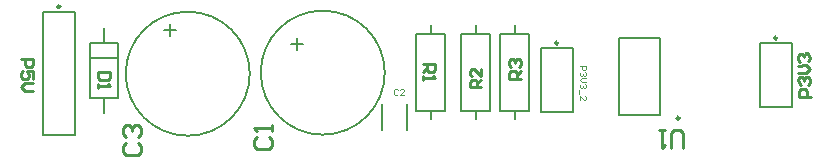
<source format=gbr>
%TF.GenerationSoftware,Altium Limited,Altium Designer,25.0.2 (28)*%
G04 Layer_Color=65535*
%FSLAX45Y45*%
%MOMM*%
%TF.SameCoordinates,A0A746A1-3CD2-44F8-AC9A-FD4DD348DB9E*%
%TF.FilePolarity,Positive*%
%TF.FileFunction,Legend,Top*%
%TF.Part,Single*%
G01*
G75*
%TA.AperFunction,NonConductor*%
%ADD23C,0.20000*%
%ADD24C,0.25000*%
%ADD25C,0.10000*%
%ADD26C,0.15000*%
%ADD27C,0.25400*%
D23*
X8970500Y7463600D02*
G03*
X8970500Y7463600I-525000J0D01*
G01*
X7827500Y7454900D02*
G03*
X7827500Y7454900I-525000J0D01*
G01*
X8947602Y6976598D02*
Y7196602D01*
X9162598Y6976598D02*
Y7196602D01*
X10292200Y7131000D02*
X10561200D01*
Y7669000D01*
X10292200D02*
X10561200D01*
X10292200Y7131000D02*
Y7669000D01*
X11300450Y7104250D02*
Y7754750D01*
X10949950D02*
X11300450D01*
X10949950Y7104250D02*
Y7754750D01*
Y7104250D02*
X11300450D01*
X10071100Y7792602D02*
Y7865099D01*
Y7070099D02*
Y7142601D01*
X9946102D02*
X10196098D01*
Y7792602D01*
X9946102D02*
X10196098D01*
X9946102Y7142601D02*
Y7792602D01*
X9359900Y7070100D02*
Y7142602D01*
Y7792598D02*
Y7865100D01*
X9234902Y7792598D02*
X9484898D01*
X9234902Y7142602D02*
Y7792598D01*
Y7142602D02*
X9484898D01*
Y7792598D01*
X9740900D02*
Y7865100D01*
Y7070100D02*
Y7142602D01*
X9615902D02*
X9865898D01*
Y7792598D01*
X9615902D02*
X9865898D01*
X9615902Y7142602D02*
Y7792598D01*
X12146402Y7173199D02*
X12415398D01*
Y7711201D01*
X12146402D02*
X12415398D01*
X12146402Y7173199D02*
Y7711201D01*
X6708800Y7247799D02*
Y7712801D01*
X6473800D02*
X6708800D01*
X6473800Y7247799D02*
Y7712801D01*
Y7247799D02*
X6708800D01*
X6591300Y7120799D02*
Y7247799D01*
Y7712801D02*
Y7839801D01*
X6473800Y7585801D02*
X6708800D01*
X6075802Y6931899D02*
Y7977901D01*
X6344798D01*
Y6931899D02*
Y7977901D01*
X6075802Y6931899D02*
X6344798D01*
D24*
X10439200Y7714000D02*
G03*
X10439200Y7714000I-12500J0D01*
G01*
X11467200Y7079500D02*
G03*
X11467200Y7079500I-12500J0D01*
G01*
X12293400Y7756200D02*
G03*
X12293400Y7756200I-12500J0D01*
G01*
X6222800Y8022900D02*
G03*
X6222800Y8022900I-12500J0D01*
G01*
D25*
X9085301Y7319370D02*
X9077188Y7327912D01*
X9060532Y7328341D01*
X9051990Y7320228D01*
X9051132Y7286917D01*
X9059245Y7278374D01*
X9075901Y7277945D01*
X9084443Y7286059D01*
X9134196Y7276444D02*
X9100885Y7277302D01*
X9135054Y7309756D01*
X9135268Y7318084D01*
X9127154Y7326626D01*
X9110499Y7327055D01*
X9101957Y7318941D01*
X10621774Y7516220D02*
X10671757D01*
Y7491228D01*
X10663427Y7482898D01*
X10646765D01*
X10638435Y7491228D01*
Y7516220D01*
X10663427Y7466237D02*
X10671757Y7457906D01*
Y7441245D01*
X10663427Y7432914D01*
X10655096D01*
X10646765Y7441245D01*
Y7449575D01*
Y7441245D01*
X10638435Y7432914D01*
X10630104D01*
X10621774Y7441245D01*
Y7457906D01*
X10630104Y7466237D01*
X10671757Y7416253D02*
X10638435D01*
X10621774Y7399592D01*
X10638435Y7382930D01*
X10671757D01*
X10663427Y7366269D02*
X10671757Y7357939D01*
Y7341277D01*
X10663427Y7332947D01*
X10655096D01*
X10646765Y7341277D01*
Y7349608D01*
Y7341277D01*
X10638435Y7332947D01*
X10630104D01*
X10621774Y7341277D01*
Y7357939D01*
X10630104Y7366269D01*
X10613443Y7316286D02*
Y7282963D01*
X10621774Y7232979D02*
Y7266302D01*
X10655096Y7232979D01*
X10663427D01*
X10671757Y7241310D01*
Y7257971D01*
X10663427Y7266302D01*
D26*
X8230824Y7658100D02*
Y7758068D01*
X8180840Y7708084D02*
X8280808D01*
X7151324Y7772400D02*
Y7872368D01*
X7101340Y7822384D02*
X7201308D01*
D27*
X11499850Y6826299D02*
Y6953258D01*
X11474458Y6978650D01*
X11423675D01*
X11398283Y6953258D01*
Y6826299D01*
X11347499Y6978650D02*
X11296716D01*
X11322107D01*
Y6826299D01*
X11347499Y6851691D01*
X6781817Y6870708D02*
X6756425Y6845317D01*
Y6794533D01*
X6781817Y6769141D01*
X6883383D01*
X6908775Y6794533D01*
Y6845317D01*
X6883383Y6870708D01*
X6781817Y6921492D02*
X6756425Y6946884D01*
Y6997667D01*
X6781817Y7023059D01*
X6807208D01*
X6832600Y6997667D01*
Y6972275D01*
Y6997667D01*
X6857992Y7023059D01*
X6883383D01*
X6908775Y6997667D01*
Y6946884D01*
X6883383Y6921492D01*
X10121084Y7409693D02*
X10021116D01*
Y7459677D01*
X10037777Y7476338D01*
X10071100D01*
X10087761Y7459677D01*
Y7409693D01*
Y7443016D02*
X10121084Y7476338D01*
X10037777Y7509661D02*
X10021116Y7526323D01*
Y7559645D01*
X10037777Y7576306D01*
X10054439D01*
X10071100Y7559645D01*
Y7542984D01*
Y7559645D01*
X10087761Y7576306D01*
X10104422D01*
X10121084Y7559645D01*
Y7526323D01*
X10104422Y7509661D01*
X9785885Y7341824D02*
X9695915D01*
Y7386810D01*
X9710910Y7401805D01*
X9740900D01*
X9755895Y7386810D01*
Y7341824D01*
Y7371815D02*
X9785885Y7401805D01*
Y7491776D02*
Y7431795D01*
X9725905Y7491776D01*
X9710910D01*
X9695915Y7476781D01*
Y7446790D01*
X9710910Y7431795D01*
X9297216Y7534245D02*
X9397184D01*
Y7484261D01*
X9380523Y7467600D01*
X9347200D01*
X9330539Y7484261D01*
Y7534245D01*
Y7500923D02*
X9297216Y7467600D01*
Y7434277D02*
Y7400955D01*
Y7417616D01*
X9397184D01*
X9380523Y7434277D01*
X5893616Y7575490D02*
X5993584D01*
Y7525506D01*
X5976923Y7508845D01*
X5943600D01*
X5926939Y7525506D01*
Y7575490D01*
X5993584Y7408877D02*
Y7475522D01*
X5943600D01*
X5960261Y7442199D01*
Y7425538D01*
X5943600Y7408877D01*
X5910277D01*
X5893616Y7425538D01*
Y7458861D01*
X5910277Y7475522D01*
X5993584Y7375554D02*
X5926939D01*
X5893616Y7342232D01*
X5926939Y7308909D01*
X5993584D01*
X12578003Y7260613D02*
X12478086Y7257425D01*
X12476492Y7307384D01*
X12492614Y7324568D01*
X12525919Y7325630D01*
X12543103Y7309509D01*
X12544697Y7259550D01*
X12491551Y7357873D02*
X12474367Y7373995D01*
X12473304Y7407301D01*
X12489426Y7424485D01*
X12506079Y7425016D01*
X12523263Y7408895D01*
X12523794Y7392242D01*
X12523263Y7408895D01*
X12539384Y7426078D01*
X12556037Y7426610D01*
X12573221Y7410488D01*
X12574284Y7377183D01*
X12558162Y7359998D01*
X12471710Y7457259D02*
X12538322Y7459384D01*
X12570565Y7493752D01*
X12536197Y7525995D01*
X12469585Y7523870D01*
X12485175Y7557707D02*
X12467991Y7573829D01*
X12466929Y7607134D01*
X12483050Y7624319D01*
X12499703Y7624850D01*
X12516887Y7608728D01*
X12517418Y7592075D01*
X12516887Y7608728D01*
X12533009Y7625912D01*
X12549661Y7626443D01*
X12566846Y7610322D01*
X12567908Y7577017D01*
X12551787Y7559832D01*
X6641284Y7470745D02*
X6541316D01*
Y7420761D01*
X6557977Y7404100D01*
X6624623D01*
X6641284Y7420761D01*
Y7470745D01*
X6541316Y7370777D02*
Y7337455D01*
Y7354116D01*
X6641284D01*
X6624623Y7370777D01*
X7886717Y6921500D02*
X7861325Y6896108D01*
Y6845325D01*
X7886717Y6819933D01*
X7988283D01*
X8013675Y6845325D01*
Y6896108D01*
X7988283Y6921500D01*
X8013675Y6972284D02*
Y7023067D01*
Y6997676D01*
X7861325D01*
X7886717Y6972284D01*
%TF.MD5,a8b8ec40d2b3477f66b8080dbeba8377*%
M02*

</source>
